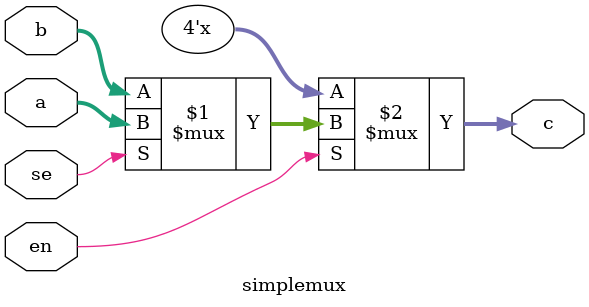
<source format=v>
 module simplemux (
 input wire [3:0] a, // Input 1
 input wire [3:0] b, // Input 2
 input wire se , // Select
 input wire en,//enable disanle
 output wire [3:0] c // Output
 ) ;
assign c = en ? (se ? a : b) : 4'bz; //This is using in RTL modeling
 
 endmodule

</source>
